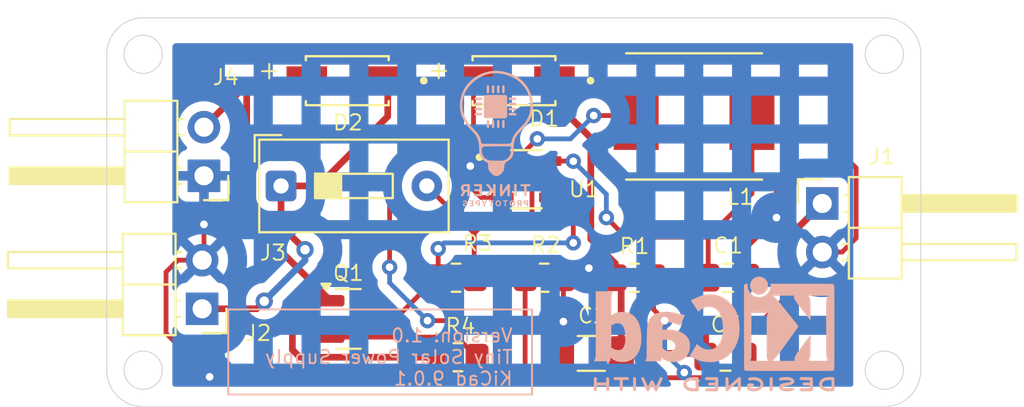
<source format=kicad_pcb>
(kicad_pcb (version 20241229) (generator "pcbnew") (generator_version "9.0")
  (layers (0 "F.Cu" signal) (2 "B.Cu" signal) (13 "F.Paste" user) (15 "B.Paste" user) (5 "F.SilkS" user "F.Silkscreen") (7 "B.SilkS" user "B.Silkscreen") (1 "F.Mask" user) (3 "B.Mask" user) (25 "Edge.Cuts" user))
  (net 0 "")
  (net 1 "GNDD")
  (net 2 "Net-(J3-Pin_2)")
  (net 3 "/OUT_P")
  (net 4 "Net-(U1-FB)")
  (net 5 "Net-(U1-SW)")
  (net 6 "/SOLAR_P")
  (net 7 "/BAT_P")
  (net 8 "Net-(Q1-D)")
  (footprint "AP3015AKTR-G1:SOT95P280X145-5N" (layer "F.Cu") (at 164.169376 53.519355)
    (property "Reference" "U1" (at 3.0172 0.531177 0) (layer "F.SilkS") (effects (font (size 0.8 0.8) (thickness 0.1))))
    (property "Value" "AP3015AKTR-G1")
    (pad "1" smd roundrect (at -1.25 -0.95) (size 1.17 0.51) (layers "F.Cu" "F.Mask" "F.Paste") (roundrect_rratio 0.125) (net 5 "Net-(U1-SW)"))
    (pad "2" smd roundrect (at -1.25 0) (size 1.17 0.51) (layers "F.Cu" "F.Mask" "F.Paste") (roundrect_rratio 0.125) (net 1 "GNDD"))
    (pad "3" smd roundrect (at -1.25 0.95) (size 1.17 0.51) (layers "F.Cu" "F.Mask" "F.Paste") (roundrect_rratio 0.125) (net 4 "Net-(U1-FB)"))
    (pad "4" smd roundrect (at 1.25 0.95) (size 1.17 0.51) (layers "F.Cu" "F.Mask" "F.Paste") (roundrect_rratio 0.125) (net 8 "Net-(Q1-D)"))
    (pad "5" smd roundrect (at 1.25 -0.95) (size 1.17 0.51) (layers "F.Cu" "F.Mask" "F.Paste") (roundrect_rratio 0.125) (net 2 "Net-(J3-Pin_2)"))
  )
  (footprint "Connector_PinHeader_2.54mm:PinHeader_1x02_P2.54mm_Horizontal" (layer "F.Cu") (at 179.635516 54.78675)
    (property "Reference" "J1" (at 3.117484 -2.46275 0) (layer "F.SilkS") (effects (font (size 0.8 0.8) (thickness 0.1))))
    (property "Value" "Conn_01x02")
    (pad "1" thru_hole rect (at 0 0) (size 1.7 1.7) (drill 1) (layers "*.Cu" "*.Mask") (net 3 "/OUT_P"))
    (pad "2" thru_hole circle (at 0 2.54) (size 1.7 1.7) (drill 1) (layers "*.Cu" "*.Mask") (net 1 "GNDD"))
  )
  (footprint "Connector_PinHeader_2.54mm:PinHeader_1x02_P2.54mm_Horizontal" (layer "F.Cu") (at 147.225952 60.289104 180)
    (property "Reference" "J2" (at -2.927088 -1.268741 0) (layer "F.SilkS") (effects (font (size 0.8 0.8) (thickness 0.1))))
    (property "Value" "Conn_01x02")
    (pad "1" thru_hole rect (at 0 0 180) (size 1.7 1.7) (drill 1) (layers "*.Cu" "*.Mask") (net 7 "/BAT_P"))
    (pad "2" thru_hole circle (at 0 2.54 180) (size 1.7 1.7) (drill 1) (layers "*.Cu" "*.Mask") (net 1 "GNDD"))
  )
  (footprint "SS14:DIOM4325X250N" (layer "F.Cu") (at 163.523224 48.369994 180)
    (property "Reference" "D1" (at -1.576776 -1.98535 0) (layer "F.SilkS") (effects (font (size 0.8 0.8) (thickness 0.1))))
    (property "Value" "SS14")
    (pad "A" smd rect (at 2.115 0 180) (size 2.12 1.5) (layers "F.Cu" "F.Mask" "F.Paste") (net 5 "Net-(U1-SW)"))
    (pad "C" smd rect (at -2.115 0 180) (size 2.12 1.5) (layers "F.Cu" "F.Mask" "F.Paste") (net 3 "/OUT_P"))
  )
  (footprint "Button_Switch_THT:SW_DIP_SPSTx01_Slide_9.78x4.72mm_W7.62mm_P2.54mm" (layer "F.Cu") (at 151.34957 53.869831)
    (property "Reference" "J3" (at -0.423194 3.491345 0) (layer "F.SilkS") (effects (font (size 0.8 0.8) (thickness 0.1))))
    (property "Value" "Conn_01x02")
    (pad "1" thru_hole roundrect (at 0 0) (size 1.6 1.6) (drill 0.8) (layers "*.Cu" "*.Mask") (roundrect_rratio 0.15625) (net 7 "/BAT_P"))
    (pad "2" thru_hole circle (at 7.62 0) (size 1.6 1.6) (drill 0.8) (layers "*.Cu" "*.Mask") (net 2 "Net-(J3-Pin_2)"))
  )
  (footprint "Resistor_SMD:R_0805_2012Metric_Pad1.20x1.40mm_HandSolder" (layer "F.Cu") (at 160.498563 58.666023 180)
    (property "Reference" "R3" (at -1.115966 1.798572 0) (layer "F.SilkS") (effects (font (size 0.8 0.8) (thickness 0.1))))
    (property "Value" "10k")
    (pad "1" smd roundrect (at -1 0 180) (size 1.2 1.4) (layers "F.Cu" "F.Mask" "F.Paste") (roundrect_rratio 0.208333) (net 2 "Net-(J3-Pin_2)"))
    (pad "2" smd roundrect (at 1 0 180) (size 1.2 1.4) (layers "F.Cu" "F.Mask" "F.Paste") (roundrect_rratio 0.208333) (net 8 "Net-(Q1-D)"))
  )
  (footprint "Resistor_SMD:R_0805_2012Metric_Pad1.20x1.40mm_HandSolder" (layer "F.Cu") (at 165.105876 58.666023)
    (property "Reference" "R2" (at 0.070532 -1.72804 0) (layer "F.SilkS") (effects (font (size 0.8 0.8) (thickness 0.1))))
    (property "Value" "604k")
    (pad "1" smd roundrect (at -1 0) (size 1.2 1.4) (layers "F.Cu" "F.Mask" "F.Paste") (roundrect_rratio 0.208333) (net 4 "Net-(U1-FB)"))
    (pad "2" smd roundrect (at 1 0) (size 1.2 1.4) (layers "F.Cu" "F.Mask" "F.Paste") (roundrect_rratio 0.208333) (net 1 "GNDD"))
  )
  (footprint "Capacitor_SMD:C_1206_3216Metric_Pad1.33x1.80mm_HandSolder" (layer "F.Cu") (at 167.563713 62.622159 180)
    (property "Reference" "C2" (at -0.081323 1.974903 0) (layer "F.SilkS") (effects (font (size 0.8 0.8) (thickness 0.1))))
    (property "Value" "22uF")
    (pad "1" smd roundrect (at -1.5625 0 180) (size 1.325 1.8) (layers "F.Cu" "F.Mask" "F.Paste") (roundrect_rratio 0.188679) (net 3 "/OUT_P"))
    (pad "2" smd roundrect (at 1.5625 0 180) (size 1.325 1.8) (layers "F.Cu" "F.Mask" "F.Paste") (roundrect_rratio 0.188679) (net 1 "GNDD"))
  )
  (footprint "Connector_PinHeader_2.54mm:PinHeader_1x02_P2.54mm_Horizontal" (layer "F.Cu") (at 147.32 53.34 180)
    (property "Reference" "J4" (at -1.140267 5.148015 0) (layer "F.SilkS") (effects (font (size 0.8 0.8) (thickness 0.1))))
    (property "Value" "Conn_01x02" (hide yes))
    (pad "1" thru_hole rect (at 0 0 180) (size 1.7 1.7) (drill 1) (layers "*.Cu" "*.Mask") (net 1 "GNDD"))
    (pad "2" thru_hole circle (at 0 2.54 180) (size 1.7 1.7) (drill 1) (layers "*.Cu" "*.Mask") (net 6 "/SOLAR_P"))
  )
  (footprint "Capacitor_SMD:C_0805_2012Metric_Pad1.18x1.45mm_HandSolder" (layer "F.Cu") (at 174.713043 58.666023)
    (property "Reference" "C1" (at 0 -1.68 0) (layer "F.SilkS") (effects (font (size 0.8 0.8) (thickness 0.1))))
    (property "Value" "4u7F")
    (pad "1" smd roundrect (at -1.0375 0) (size 1.175 1.45) (layers "F.Cu" "F.Mask" "F.Paste") (roundrect_rratio 0.212766) (net 2 "Net-(J3-Pin_2)"))
    (pad "2" smd roundrect (at 1.0375 0) (size 1.175 1.45) (layers "F.Cu" "F.Mask" "F.Paste") (roundrect_rratio 0.212766) (net 1 "GNDD"))
  )
  (footprint "SS14:DIOM4325X250N" (layer "F.Cu") (at 154.810558 48.369994 180)
    (property "Reference" "D2" (at -0.035266 -2.186499 0) (layer "F.SilkS") (effects (font (size 0.8 0.8) (thickness 0.1))))
    (property "Value" "SS14")
    (pad "A" smd rect (at 2.115 0 180) (size 2.12 1.5) (layers "F.Cu" "F.Mask" "F.Paste") (net 6 "/SOLAR_P"))
    (pad "C" smd rect (at -2.115 0 180) (size 2.12 1.5) (layers "F.Cu" "F.Mask" "F.Paste") (net 7 "/BAT_P"))
  )
  (footprint "ASPI-0630LR-100M-T15:IND_ASPI-0630LR-100M-T15" (layer "F.Cu") (at 172.934954 50.23742 180)
    (property "Reference" "L1" (at -2.418 -4.2064 0) (layer "F.SilkS") (effects (font (size 0.8 0.8) (thickness 0.1))))
    (property "Value" "ASPI-0630LR-100M-T15")
    (pad "1" smd rect (at -3.025 0 180) (size 2.35 3.5) (layers "F.Cu" "F.Mask" "F.Paste") (net 2 "Net-(J3-Pin_2)"))
    (pad "2" smd rect (at 3.025 0 180) (size 2.35 3.5) (layers "F.Cu" "F.Mask" "F.Paste") (net 5 "Net-(U1-SW)"))
  )
  (footprint "Resistor_SMD:R_0805_2012Metric_Pad1.20x1.40mm_HandSolder" (layer "F.Cu") (at 160.59357 62.822159)
    (property "Reference" "R4" (at 0.128516 -1.622241 0) (layer "F.SilkS") (effects (font (size 0.8 0.8) (thickness 0.1))))
    (property "Value" "1M")
    (pad "1" smd roundrect (at -1 0) (size 1.2 1.4) (layers "F.Cu" "F.Mask" "F.Paste") (roundrect_rratio 0.208333) (net 6 "/SOLAR_P"))
    (pad "2" smd roundrect (at 1 0) (size 1.2 1.4) (layers "F.Cu" "F.Mask" "F.Paste") (roundrect_rratio 0.208333) (net 1 "GNDD"))
  )
  (footprint "Resistor_SMD:R_0805_2012Metric_Pad1.20x1.40mm_HandSolder" (layer "F.Cu") (at 169.818987 58.666023)
    (property "Reference" "R1" (at 0 -1.65 0) (layer "F.SilkS") (effects (font (size 0.8 0.8) (thickness 0.1))))
    (property "Value" "1M")
    (pad "1" smd roundrect (at -1 0) (size 1.2 1.4) (layers "F.Cu" "F.Mask" "F.Paste") (roundrect_rratio 0.208333) (net 3 "/OUT_P"))
    (pad "2" smd roundrect (at 1 0) (size 1.2 1.4) (layers "F.Cu" "F.Mask" "F.Paste") (roundrect_rratio 0.208333) (net 4 "Net-(U1-FB)"))
  )
  (footprint "Package_TO_SOT_SMD:SOT-23" (layer "F.Cu") (at 154.864015 60.819442)
    (property "Reference" "Q1" (at 0 -2.4 0) (layer "F.SilkS") (effects (font (size 0.8 0.8) (thickness 0.1))))
    (property "Value" "2N7002")
    (pad "1" smd roundrect (at -0.9375 -0.95) (size 1.475 0.6) (layers "F.Cu" "F.Mask" "F.Paste") (net 6 "/SOLAR_P"))
    (pad "2" smd roundrect (at -0.9375 0.95) (size 1.475 0.6) (layers "F.Cu" "F.Mask" "F.Paste") (net 1 "GNDD"))
    (pad "3" smd roundrect (at 0.9375 0) (size 1.475 0.6) (layers "F.Cu" "F.Mask" "F.Paste") (net 8 "Net-(Q1-D)"))
  )
  (footprint "Capacitor_SMD:C_0805_2012Metric_Pad1.18x1.45mm_HandSolder" (layer "F.Cu") (at 174.577679 62.792159)
    (property "Reference" "C3" (at 0 -1.68 0) (layer "F.SilkS") (effects (font (size 0.8 0.8) (thickness 0.1))))
    (property "Value" "10pF")
    (pad "1" smd roundrect (at -1.0375 0) (size 1.175 1.45) (layers "F.Cu" "F.Mask" "F.Paste") (roundrect_rratio 0.212766) (net 3 "/OUT_P"))
    (pad "2" smd roundrect (at 1.0375 0) (size 1.175 1.45) (layers "F.Cu" "F.Mask" "F.Paste") (roundrect_rratio 0.212766) (net 4 "Net-(U1-FB)"))
  )
  (footprint "Logo:TP_Logo_New_7-5mm_Positive" (layer "B.Cu") (at 162.56 51.435 180)
    (property "Reference" "G***" (hide yes))
    (property "Value" "LOGO" (hide yes))
  )
  (footprint "Symbol:KiCad-Logo2_5mm_SilkScreen" (layer "B.Cu") (at 173.99 61.595 180)
    (property "Reference" "REF**" (hide yes))
    (property "Value" "KiCad-Logo2_5mm_SilkScreen" (hide yes))
  )
  (gr_circle (center 182.88 46.99) (end 183.88 46.99) (stroke (width 0.05)) (fill no) (layer "Edge.Cuts"))
  (gr_circle (center 144.145 63.5) (end 145.145 63.5) (stroke (width 0.05)) (fill no) (layer "Edge.Cuts"))
  (gr_circle (center 144.145 46.99) (end 145.145 46.99) (stroke (width 0.05)) (fill no) (layer "Edge.Cuts"))
  (gr_line (start 184.785 46.99) (end 184.785 63.5) (stroke (width 0.05)) (layer "Edge.Cuts"))
  (gr_arc (start 144.145 65.405) (mid 142.797962 64.847038) (end 142.24 63.5) (stroke (width 0.05)) (layer "Edge.Cuts"))
  (gr_arc (start 182.88 45.085) (mid 184.227038 45.642962) (end 184.785 46.99) (stroke (width 0.05)) (layer "Edge.Cuts"))
  (gr_circle (center 182.88 63.5) (end 183.88 63.5) (stroke (width 0.05)) (fill no) (layer "Edge.Cuts"))
  (gr_arc (start 184.785 63.5) (mid 184.227038 64.847038) (end 182.88 65.405) (stroke (width 0.05)) (layer "Edge.Cuts"))
  (gr_line (start 144.145 65.405) (end 182.88 65.405) (stroke (width 0.05)) (layer "Edge.Cuts"))
  (gr_arc (start 142.24 46.99) (mid 142.797962 45.642962) (end 144.145 45.085) (stroke (width 0.05)) (layer "Edge.Cuts"))
  (gr_line (start 142.24 46.99) (end 142.24 63.5) (stroke (width 0.05)) (layer "Edge.Cuts"))
  (gr_line (start 182.88 45.085) (end 144.145 45.085) (stroke (width 0.05)) (layer "Edge.Cuts"))
  (gr_text "+" (at 158.910558 48.369994 0) (layer "F.SilkS") (effects (font (size 1 1) (thickness 0.1)) (justify left bottom)))
  (gr_text "+" (at 150.046721 48.38034 0) (layer "F.SilkS") (effects (font (size 1 1) (thickness 0.1)) (justify left bottom)))
  (gr_text_box "Version: 1.0\nTiny Solar Power Supply\nKiCad 9.0.1" (start 148.59 60.325) (end 164.465 64.77) (margins 1.0025 1.0025 1.0025 1.0025) (layer "B.SilkS") (effects (font (size 0.7 0.7) (thickness 0.1)) (justify left top mirror)) (border yes) (stroke (width 0.1)))
  (segment (start 160.540853 61.769442) (end 161.59357 62.822159) (width 0.25) (layer "F.Cu") (net 1))
  (segment (start 166.936777 58.666023) (end 167.4368 58.166) (width 0.25) (layer "F.Cu") (net 1))
  (segment (start 147.32 55.88) (end 147.32 57.655056) (width 0.25) (layer "F.Cu") (net 1))
  (segment (start 166.105876 62.517496) (end 166.001213 62.622159) (width 0.25) (layer "F.Cu") (net 1))
  (segment (start 166.105876 60.96) (end 166.105876 62.517496) (width 0.25) (layer "F.Cu") (net 1))
  (segment (start 145.958896 57.749104) (end 145.3388 58.3692) (width 0.25) (layer "F.Cu") (net 1))
  (segment (start 177.2412 53.7464) (end 177.2412 55.5244) (width 0.25) (layer "F.Cu") (net 1))
  (segment (start 147.32 53.34) (end 147.32 55.88) (width 0.25) (layer "F.Cu") (net 1))
  (segment (start 161.926555 53.519355) (end 161.2392 52.832) (width 0.25) (layer "F.Cu") (net 1))
  (segment (start 160.56757 63.848159) (end 161.59357 62.822159) (width 0.25) (layer "F.Cu") (net 1))
  (segment (start 147.32 57.655056) (end 147.225952 57.749104) (width 0.25) (layer "F.Cu") (net 1))
  (segment (start 162.919376 53.519355) (end 161.926555 53.519355) (width 0.25) (layer "F.Cu") (net 1))
  (segment (start 175.750543 57.015057) (end 175.750543 58.666023) (width 0.25) (layer "F.Cu") (net 1))
  (segment (start 147.617359 63.848159) (end 160.56757 63.848159) (width 0.25) (layer "F.Cu") (net 1))
  (segment (start 180.67125 57.32675) (end 181.4068 56.5912) (width 0.25) (layer "F.Cu") (net 1))
  (segment (start 166.105876 58.666023) (end 166.105876 60.96) (width 0.25) (layer "F.Cu") (net 1))
  (segment (start 145.3388 58.3692) (end 145.3388 61.5696) (width 0.25) (layer "F.Cu") (net 1))
  (segment (start 181.4068 56.5912) (end 181.4068 52.9336) (width 0.25) (layer "F.Cu") (net 1))
  (segment (start 177.2412 55.5244) (end 175.750543 57.015057) (width 0.25) (layer "F.Cu") (net 1))
  (segment (start 147.225952 57.749104) (end 145.958896 57.749104) (width 0.25) (layer "F.Cu") (net 1))
  (segment (start 181.102 52.6288) (end 178.3588 52.6288) (width 0.25) (layer "F.Cu") (net 1))
  (segment (start 181.4068 52.9336) (end 181.102 52.6288) (width 0.25) (layer "F.Cu") (net 1))
  (segment (start 166.105876 58.666023) (end 166.936777 58.666023) (width 0.25) (layer "F.Cu") (net 1))
  (segment (start 178.3588 52.6288) (end 177.2412 53.7464) (width 0.25) (layer "F.Cu") (net 1))
  (segment (start 153.926515 61.769442) (end 160.540853 61.769442) (width 0.25) (layer "F.Cu") (net 1))
  (segment (start 145.3388 61.5696) (end 147.617359 63.848159) (width 0.25) (layer "F.Cu") (net 1))
  (segment (start 179.635516 57.32675) (end 180.67125 57.32675) (width 0.25) (layer "F.Cu") (net 1))
  (via (at 147.617359 63.848159) (size 0.8) (drill 0.4) (layers "F.Cu" "B.Cu") (net 1))
  (via (at 166.105876 60.96) (size 0.8) (drill 0.4) (layers "F.Cu" "B.Cu") (net 1))
  (via (at 177.2412 55.5244) (size 0.8) (drill 0.4) (layers "F.Cu" "B.Cu") (net 1))
  (via (at 147.32 55.88) (size 0.8) (drill 0.4) (layers "F.Cu" "B.Cu") (net 1))
  (via (at 161.2392 52.832) (size 0.8) (drill 0.4) (layers "F.Cu" "B.Cu") (net 1))
  (via (at 167.4368 58.166) (size 0.8) (drill 0.4) (layers "F.Cu" "B.Cu") (net 1))
  (segment (start 166.615355 52.569355) (end 166.624 52.578) (width 0.25) (layer "F.Cu") (net 2))
  (segment (start 173.675543 56.550057) (end 173.675543 58.666023) (width 0.25) (layer "F.Cu") (net 2))
  (segment (start 164.465 53.523731) (end 164.465 55.245) (width 0.25) (layer "F.Cu") (net 2))
  (segment (start 169.376857 56.550057) (end 173.675543 56.550057) (width 0.25) (layer "F.Cu") (net 2))
  (segment (start 175.959954 50.23742) (end 175.959954 54.265646) (width 0.25) (layer "F.Cu") (net 2))
  (segment (start 168.3512 55.5244) (end 169.376857 56.550057) (width 0.25) (layer "F.Cu") (net 2))
  (segment (start 161.854261 55.9308) (end 161.4424 56.342661) (width 0.25) (layer "F.Cu") (net 2))
  (segment (start 165.419376 52.569355) (end 166.615355 52.569355) (width 0.25) (layer "F.Cu") (net 2))
  (segment (start 175.959954 54.265646) (end 173.675543 56.550057) (width 0.25) (layer "F.Cu") (net 2))
  (segment (start 163.7792 55.9308) (end 161.854261 55.9308) (width 0.25) (layer "F.Cu") (net 2))
  (segment (start 165.419376 52.569355) (end 164.465 53.523731) (width 0.25) (layer "F.Cu") (net 2))
  (segment (start 164.465 55.245) (end 163.7792 55.9308) (width 0.25) (layer "F.Cu") (net 2))
  (segment (start 158.96957 53.869831) (end 161.4424 56.342661) (width 0.25) (layer "F.Cu") (net 2))
  (segment (start 161.4424 56.342661) (end 161.4424 58.60986) (width 0.25) (layer "F.Cu") (net 2))
  (segment (start 161.4424 58.60986) (end 161.498563 58.666023) (width 0.25) (layer "F.Cu") (net 2))
  (via (at 168.3512 55.5244) (size 0.8) (drill 0.4) (layers "F.Cu" "B.Cu") (net 2))
  (via (at 166.624 52.578) (size 0.8) (drill 0.4) (layers "F.Cu" "B.Cu") (net 2))
  (segment (start 166.624 52.578) (end 168.3512 54.3052) (width 0.25) (layer "B.Cu") (net 2))
  (segment (start 168.3512 54.3052) (end 168.3512 55.5244) (width 0.25) (layer "B.Cu") (net 2))
  (segment (start 177.5968 59.8932) (end 177.5968 56.825466) (width 0.35) (layer "F.Cu") (net 3))
  (segment (start 169.126213 62.622159) (end 169.126213 58.973249) (width 0.35) (layer "F.Cu") (net 3))
  (segment (start 173.370179 62.622159) (end 173.540179 62.792159) (width 0.35) (layer "F.Cu") (net 3))
  (segment (start 165.638224 48.369994) (end 165.638224 49.458624) (width 0.35) (layer "F.Cu") (net 3))
  (segment (start 165.638224 49.458624) (end 167.5384 51.3588) (width 0.35) (layer "F.Cu") (net 3))
  (segment (start 173.540179 62.792159) (end 173.540179 61.206621) (width 0.35) (layer "F.Cu") (net 3))
  (segment (start 173.8884 60.8584) (end 176.6316 60.8584) (width 0.35) (layer "F.Cu") (net 3))
  (segment (start 168.818987 57.922587) (end 168.818987 58.666023) (width 0.35) (layer "F.Cu") (net 3))
  (segment (start 177.5968 56.825466) (end 179.635516 54.78675) (width 0.35) (layer "F.Cu") (net 3))
  (segment (start 173.540179 61.206621) (end 173.8884 60.8584) (width 0.35) (layer "F.Cu") (net 3))
  (segment (start 169.126213 62.622159) (end 173.370179 62.622159) (width 0.35) (layer "F.Cu") (net 3))
  (segment (start 176.6316 60.8584) (end 177.5968 59.8932) (width 0.35) (layer "F.Cu") (net 3))
  (segment (start 167.5384 51.3588) (end 167.5384 56.642) (width 0.35) (layer "F.Cu") (net 3))
  (segment (start 167.5384 56.642) (end 168.818987 57.922587) (width 0.35) (layer "F.Cu") (net 3))
  (segment (start 169.126213 58.973249) (end 168.818987 58.666023) (width 0.35) (layer "F.Cu") (net 3))
  (segment (start 157.734 52.1716) (end 157.0228 52.8828) (width 0.25) (layer "F.Cu") (net 4))
  (segment (start 170.818987 58.666023) (end 170.818987 60.328987) (width 0.25) (layer "F.Cu") (net 4))
  (segment (start 164.105876 58.666023) (end 164.105876 60.96) (width 0.25) (layer "F.Cu") (net 4))
  (segment (start 161.809755 54.469355) (end 159.4612 52.1208) (width 0.25) (layer "F.Cu") (net 4))
  (segment (start 172.424301 63.620198) (end 172.698301 63.894198) (width 0.25) (layer "F.Cu") (net 4))
  (segment (start 159.004 60.9092) (end 164.055076 60.9092) (width 0.25) (layer "F.Cu") (net 4))
  (segment (start 164.105876 63.306474) (end 164.6936 63.894198) (width 0.25) (layer "F.Cu") (net 4))
  (segment (start 162.919376 54.469355) (end 161.809755 54.469355) (width 0.25) (layer "F.Cu") (net 4))
  (segment (start 170.818987 60.328987) (end 171.3992 60.9092) (width 0.25) (layer "F.Cu") (net 4))
  (segment (start 159.4612 52.1208) (end 157.7848 52.1208) (width 0.25) (layer "F.Cu") (net 4))
  (segment (start 164.105876 60.96) (end 164.105876 63.306474) (width 0.25) (layer "F.Cu") (net 4))
  (segment (start 174.51314 63.894198) (end 175.615179 62.792159) (width 0.25) (layer "F.Cu") (net 4))
  (segment (start 157.7848 52.1208) (end 157.734 52.1716) (width 0.25) (layer "F.Cu") (net 4))
  (segment (start 164.6936 63.894198) (end 174.51314 63.894198) (width 0.25) (layer "F.Cu") (net 4))
  (segment (start 172.698301 63.894198) (end 174.51314 63.894198) (width 0.25) (layer "F.Cu") (net 4))
  (segment (start 164.055076 60.9092) (end 164.105876 60.96) (width 0.25) (layer "F.Cu") (net 4))
  (segment (start 157.0228 52.8828) (end 157.0228 58.1152) (width 0.25) (layer "F.Cu") (net 4))
  (via (at 157.0228 58.1152) (size 0.8) (drill 0.4) (layers "F.Cu" "B.Cu") (net 4))
  (via (at 159.004 60.9092) (size 0.8) (drill 0.4) (layers "F.Cu" "B.Cu") (net 4))
  (via (at 171.3992 60.9092) (size 0.8) (drill 0.4) (layers "F.Cu" "B.Cu") (net 4))
  (via (at 172.424301 63.620198) (size 0.8) (drill 0.4) (layers "F.Cu" "B.Cu") (net 4))
  (segment (start 171.3992 60.9092) (end 171.3992 62.595097) (width 0.25) (layer "B.Cu") (net 4))
  (segment (start 157.0228 58.928) (end 159.004 60.9092) (width 0.25) (layer "B.Cu") (net 4))
  (segment (start 157.0228 58.1152) (end 157.0228 58.928) (width 0.25) (layer "B.Cu") (net 4))
  (segment (start 171.3992 62.595097) (end 172.424301 63.620198) (width 0.25) (layer "B.Cu") (net 4))
  (segment (start 163.584645 52.569355) (end 164.7444 51.4096) (width 0.25) (layer "F.Cu") (net 5))
  (segment (start 161.408224 48.369994) (end 161.408224 51.058203) (width 0.25) (layer "F.Cu") (net 5))
  (segment (start 161.408224 51.058203) (end 162.919376 52.569355) (width 0.25) (layer "F.Cu") (net 5))
  (segment (start 167.6908 50.1904) (end 169.862934 50.1904) (width 0.25) (layer "F.Cu") (net 5))
  (segment (start 162.919376 52.569355) (end 163.584645 52.569355) (width 0.25) (layer "F.Cu") (net 5))
  (segment (start 169.862934 50.1904) (end 169.909954 50.23742) (width 0.25) (layer "F.Cu") (net 5))
  (via (at 167.6908 50.1904) (size 0.8) (drill 0.4) (layers "F.Cu" "B.Cu") (net 5))
  (via (at 164.7444 51.4096) (size 0.8) (drill 0.4) (layers "F.Cu" "B.Cu") (net 5))
  (segment (start 166.4716 51.4096) (end 167.6908 50.1904) (width 0.25) (layer "B.Cu") (net 5))
  (segment (start 164.7444 51.4096) (end 166.4716 51.4096) (width 0.25) (layer "B.Cu") (net 5))
  (segment (start 152.331759 62.822159) (end 151.9428 62.4332) (width 0.35) (layer "F.Cu") (net 6))
  (segment (start 149.5552 55.498127) (end 149.5552 48.5648) (width 0.35) (layer "F.Cu") (net 6))
  (segment (start 149.750006 48.369994) (end 152.695558 48.369994) (width 0.35) (layer "F.Cu") (net 6))
  (segment (start 149.5552 48.5648) (end 149.750006 48.369994) (width 0.35) (layer "F.Cu") (net 6))
  (segment (start 153.926515 59.869442) (end 153.708537 59.651463) (width 0.35) (layer "F.Cu") (net 6))
  (segment (start 147.32 50.8) (end 149.750006 48.369994) (width 0.35) (layer "F.Cu") (net 6))
  (segment (start 151.9428 62.4332) (end 151.9428 61.4172) (width 0.35) (layer "F.Cu") (net 6))
  (segment (start 159.59357 62.822159) (end 152.331759 62.822159) (width 0.35) (layer "F.Cu") (net 6))
  (segment (start 151.9428 61.4172) (end 153.708537 59.651463) (width 0.35) (layer "F.Cu") (net 6))
  (segment (start 153.708537 59.651463) (end 149.5552 55.498127) (width 0.35) (layer "F.Cu") (net 6))
  (segment (start 153.292569 53.869831) (end 151.34957 53.869831) (width 0.35) (layer "F.Cu") (net 7))
  (segment (start 152.6032 57.2008) (end 151.34957 55.94717) (width 0.35) (layer "F.Cu") (net 7))
  (segment (start 147.225952 60.289104) (end 150.073696 60.289104) (width 0.35) (layer "F.Cu") (net 7))
  (segment (start 156.925558 50.236842) (end 153.292569 53.869831) (width 0.35) (layer "F.Cu") (net 7))
  (segment (start 150.073696 60.289104) (end 150.4696 59.8932) (width 0.35) (layer "F.Cu") (net 7))
  (segment (start 151.34957 55.94717) (end 151.34957 53.869831) (width 0.35) (layer "F.Cu") (net 7))
  (segment (start 156.925558 48.369994) (end 156.925558 50.236842) (width 0.35) (layer "F.Cu") (net 7))
  (via (at 150.4696 59.8932) (size 0.9) (drill 0.5) (layers "F.Cu" "B.Cu") (net 7))
  (via (at 152.6032 57.2008) (size 0.9) (drill 0.5) (layers "F.Cu" "B.Cu") (net 7))
  (segment (start 152.6032 57.7596) (end 152.6032 57.2008) (width 0.35) (layer "B.Cu") (net 7))
  (segment (start 150.4696 59.8932) (end 152.6032 57.7596) (width 0.35) (layer "B.Cu") (net 7))
  (segment (start 157.315758 60.819442) (end 155.801515 60.819442) (width 0.25) (layer "F.Cu") (net 8))
  (segment (start 159.5628 58.601786) (end 159.498563 58.666023) (width 0.25) (layer "F.Cu") (net 8))
  (segment (start 159.5628 57.15) (end 159.5628 58.601786) (width 0.25) (layer "F.Cu") (net 8))
  (segment (start 159.469177 58.666023) (end 157.315758 60.819442) (width 0.25) (layer "F.Cu") (net 8))
  (segment (start 159.498563 58.666023) (end 159.469177 58.666023) (width 0.25) (layer "F.Cu") (net 8))
  (segment (start 165.419376 54.469355) (end 166.624 55.673979) (width 0.25) (layer "F.Cu") (net 8))
  (segment (start 166.624 55.673979) (end 166.624 56.8452) (width 0.25) (layer "F.Cu") (net 8))
  (via (at 159.5628 57.15) (size 0.8) (drill 0.4) (layers "F.Cu" "B.Cu") (net 8))
  (via (at 166.624 56.8452) (size 0.8) (drill 0.4) (layers "F.Cu" "B.Cu") (net 8))
  (segment (start 166.624 56.8452) (end 159.8676 56.8452) (width 0.25) (layer "B.Cu") (net 8))
  (segment (start 159.8676 56.8452) (end 159.5628 57.15) (width 0.25) (layer "B.Cu") (net 8))
  (zone (net 1) (net_name "GNDD") (layer "B.Cu") (name "GNDD") (connect_pads (clearance 0.5)) (min_thickness 0.25) (fill yes (mode hatch) (thermal_gap 0.5) (thermal_bridge_width 0.5) (hatch_thickness 1) (hatch_gap 1.5) (hatch_orientation 0) (hatch_border_algorithm hatch_thickness) (hatch_min_hole_area 0.3))
    (polygon (pts (xy 145.796 46.4058) (xy 145.669 46.5328) (xy 145.669 64.2874) (xy 145.7452 64.3636) (xy 181.2544 64.3636) (xy 181.2544 46.4566) (xy 181.1782 46.3804) (xy 181.1528 46.4058)))
  )
)
</source>
